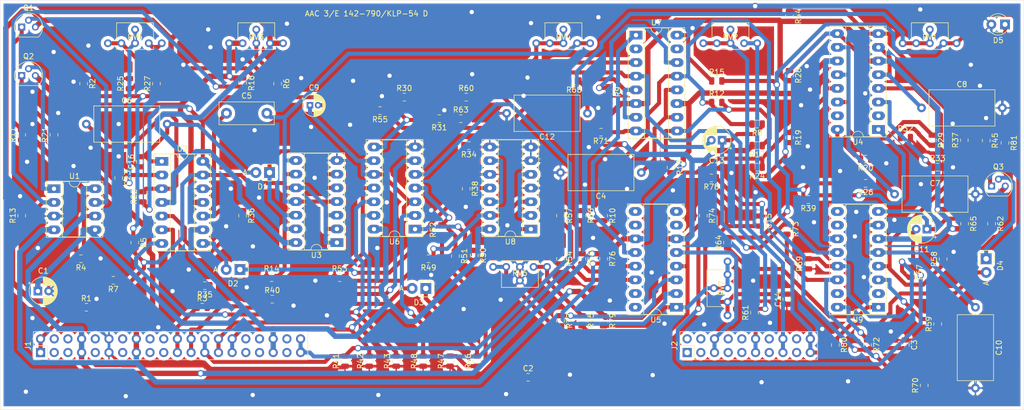
<source format=kicad_pcb>
(kicad_pcb (version 20221018) (generator pcbnew)

  (general
    (thickness 1.6)
  )

  (paper "A4")
  (layers
    (0 "F.Cu" signal)
    (31 "B.Cu" signal)
    (32 "B.Adhes" user "B.Adhesive")
    (33 "F.Adhes" user "F.Adhesive")
    (34 "B.Paste" user)
    (35 "F.Paste" user)
    (36 "B.SilkS" user "B.Silkscreen")
    (37 "F.SilkS" user "F.Silkscreen")
    (38 "B.Mask" user)
    (39 "F.Mask" user)
    (40 "Dwgs.User" user "User.Drawings")
    (41 "Cmts.User" user "User.Comments")
    (42 "Eco1.User" user "User.Eco1")
    (43 "Eco2.User" user "User.Eco2")
    (44 "Edge.Cuts" user)
    (45 "Margin" user)
    (46 "B.CrtYd" user "B.Courtyard")
    (47 "F.CrtYd" user "F.Courtyard")
    (48 "B.Fab" user)
    (49 "F.Fab" user)
  )

  (setup
    (pad_to_mask_clearance 0)
    (pcbplotparams
      (layerselection 0x00010fc_ffffffff)
      (plot_on_all_layers_selection 0x0000000_00000000)
      (disableapertmacros false)
      (usegerberextensions false)
      (usegerberattributes true)
      (usegerberadvancedattributes true)
      (creategerberjobfile true)
      (dashed_line_dash_ratio 12.000000)
      (dashed_line_gap_ratio 3.000000)
      (svgprecision 4)
      (plotframeref false)
      (viasonmask false)
      (mode 1)
      (useauxorigin false)
      (hpglpennumber 1)
      (hpglpenspeed 20)
      (hpglpendiameter 15.000000)
      (dxfpolygonmode true)
      (dxfimperialunits true)
      (dxfusepcbnewfont true)
      (psnegative false)
      (psa4output false)
      (plotreference true)
      (plotvalue true)
      (plotinvisibletext false)
      (sketchpadsonfab false)
      (subtractmaskfromsilk false)
      (outputformat 1)
      (mirror false)
      (drillshape 0)
      (scaleselection 1)
      (outputdirectory "KLPV1")
    )
  )

  (net 0 "")
  (net 1 "X901-3")
  (net 2 "X901-10")
  (net 3 "Net-(C2-Pad2)")
  (net 4 "Net-(C3-Pad2)")
  (net 5 "Net-(C4-Pad1)")
  (net 6 "Net-(C5-Pad2)")
  (net 7 "Net-(C5-Pad1)")
  (net 8 "Net-(C7-Pad1)")
  (net 9 "Net-(C8-Pad1)")
  (net 10 "Net-(C9-Pad2)")
  (net 11 "Net-(C9-Pad1)")
  (net 12 "Net-(C10-Pad1)")
  (net 13 "Net-(C11-Pad2)")
  (net 14 "Net-(C11-Pad1)")
  (net 15 "Net-(C12-Pad1)")
  (net 16 "Net-(C13-Pad2)")
  (net 17 "INT1")
  (net 18 "Net-(C14-Pad2)")
  (net 19 "Net-(D1-Pad1)")
  (net 20 "Net-(D2-Pad2)")
  (net 21 "Net-(D2-Pad1)")
  (net 22 "Net-(D3-Pad2)")
  (net 23 "Net-(D3-Pad1)")
  (net 24 "Net-(D4-Pad2)")
  (net 25 "Net-(D4-Pad1)")
  (net 26 "Net-(D5-Pad1)")
  (net 27 "X902-7")
  (net 28 "X902-6")
  (net 29 "X902-5")
  (net 30 "Net-(J1-Pad4)")
  (net 31 "X902-3")
  (net 32 "X901-12")
  (net 33 "X901-9")
  (net 34 "X901-8")
  (net 35 "X901-7")
  (net 36 "X901-6")
  (net 37 "X901-5")
  (net 38 "X901-4")
  (net 39 "X901-2")
  (net 40 "X901-1")
  (net 41 "Net-(Q1-Pad1)")
  (net 42 "+12V")
  (net 43 "Net-(Q1-Pad2)")
  (net 44 "Net-(Q2-Pad1)")
  (net 45 "-12V")
  (net 46 "Net-(Q2-Pad2)")
  (net 47 "Net-(Q3-Pad1)")
  (net 48 "Net-(R2-Pad2)")
  (net 49 "Net-(R3-Pad2)")
  (net 50 "Net-(R4-Pad1)")
  (net 51 "Net-(R6-Pad1)")
  (net 52 "Net-(R10-Pad1)")
  (net 53 "Net-(R9-Pad1)")
  (net 54 "Net-(R12-Pad2)")
  (net 55 "Net-(R13-Pad1)")
  (net 56 "Net-(R15-Pad1)")
  (net 57 "Net-(R18-Pad2)")
  (net 58 "Net-(R20-Pad1)")
  (net 59 "Net-(R22-Pad1)")
  (net 60 "Net-(R23-Pad2)")
  (net 61 "Net-(R23-Pad1)")
  (net 62 "Net-(R24-Pad2)")
  (net 63 "Net-(R25-Pad1)")
  (net 64 "Net-(R26-Pad1)")
  (net 65 "Net-(R27-Pad2)")
  (net 66 "Net-(R29-Pad2)")
  (net 67 "Net-(R30-Pad1)")
  (net 68 "Net-(R33-Pad1)")
  (net 69 "Net-(R34-Pad2)")
  (net 70 "Net-(R36-Pad2)")
  (net 71 "Net-(R37-Pad2)")
  (net 72 "Net-(R39-Pad1)")
  (net 73 "Net-(R45-Pad2)")
  (net 74 "Net-(R46-Pad1)")
  (net 75 "Net-(R49-Pad2)")
  (net 76 "Net-(R49-Pad1)")
  (net 77 "Net-(R50-Pad2)")
  (net 78 "Net-(R50-Pad1)")
  (net 79 "Net-(R51-Pad1)")
  (net 80 "Net-(R55-Pad1)")
  (net 81 "Net-(R56-Pad2)")
  (net 82 "Net-(R57-Pad2)")
  (net 83 "Net-(R59-Pad2)")
  (net 84 "Net-(R63-Pad2)")
  (net 85 "Net-(R64-Pad1)")
  (net 86 "Net-(R66-Pad1)")
  (net 87 "Net-(R67-Pad2)")
  (net 88 "Net-(R70-Pad2)")
  (net 89 "Net-(R72-Pad1)")
  (net 90 "Net-(R74-Pad2)")
  (net 91 "Net-(R75-Pad1)")
  (net 92 "Net-(R76-Pad2)")
  (net 93 "Net-(R77-Pad2)")
  (net 94 "Net-(R77-Pad1)")
  (net 95 "Net-(R79-Pad2)")
  (net 96 "Net-(U4-Pad15)")
  (net 97 "Net-(U4-Pad2)")
  (net 98 "Net-(U5-Pad15)")
  (net 99 "Net-(U7-Pad15)")
  (net 100 "Net-(U7-Pad2)")
  (net 101 "Net-(U8-Pad12)")
  (net 102 "Net-(U8-Pad2)")
  (net 103 "Net-(U9-Pad15)")
  (net 104 "Net-(U9-Pad10)")
  (net 105 "Net-(U9-Pad9)")
  (net 106 "Net-(U5-Pad16)")
  (net 107 "Net-(U9-Pad2)")
  (net 108 "Net-(U5-Pad8)")
  (net 109 "Net-(U5-Pad7)")
  (net 110 "Net-(U5-Pad10)")
  (net 111 "Net-(U5-Pad9)")
  (net 112 "Net-(J1-Pad20)")
  (net 113 "Net-(J1-Pad19)")
  (net 114 "Net-(J1-Pad18)")
  (net 115 "Net-(J1-Pad17)")
  (net 116 "Net-(J1-Pad14)")
  (net 117 "Net-(J1-Pad13)")
  (net 118 "Net-(J1-Pad10)")
  (net 119 "Net-(J1-Pad9)")
  (net 120 "Net-(J1-Pad6)")
  (net 121 "Net-(J1-Pad5)")
  (net 122 "Net-(J1-Pad3)")
  (net 123 "Net-(J2-Pad18)")
  (net 124 "Net-(J2-Pad17)")
  (net 125 "Net-(J2-Pad14)")
  (net 126 "Net-(J2-Pad13)")
  (net 127 "Net-(J2-Pad10)")
  (net 128 "Net-(J2-Pad9)")
  (net 129 "Net-(J2-Pad8)")
  (net 130 "Net-(J2-Pad7)")
  (net 131 "Net-(J2-Pad4)")
  (net 132 "Net-(J2-Pad3)")
  (net 133 "Net-(J2-Pad2)")
  (net 134 "Net-(J2-Pad1)")
  (net 135 "Net-(J1-Pad38)")
  (net 136 "Net-(J1-Pad37)")
  (net 137 "Net-(J1-Pad34)")
  (net 138 "Net-(J1-Pad33)")
  (net 139 "Net-(J1-Pad32)")
  (net 140 "Net-(J1-Pad31)")
  (net 141 "Net-(C16-Pad2)")
  (net 142 "Net-(C16-Pad1)")

  (footprint "Capacitor_THT:CP_Radial_D5.0mm_P2.00mm" (layer "F.Cu") (at 7 54))

  (footprint "Capacitor_SMD:C_0805_2012Metric" (layer "F.Cu") (at 98 70))

  (footprint "Capacitor_SMD:C_0805_2012Metric" (layer "F.Cu") (at 168 64 -90))

  (footprint "Capacitor_THT:C_Axial_L12.0mm_D6.5mm_P15.00mm_Horizontal" (layer "F.Cu") (at 119 32 180))

  (footprint "Capacitor_THT:C_Rect_L10.0mm_W4.0mm_P7.50mm_MKS4" (layer "F.Cu") (at 42 21))

  (footprint "Capacitor_THT:C_Axial_L12.0mm_D6.5mm_P15.00mm_Horizontal" (layer "F.Cu") (at 16 23))

  (footprint "Capacitor_THT:C_Axial_L12.0mm_D6.5mm_P15.00mm_Horizontal" (layer "F.Cu") (at 166 36))

  (footprint "Capacitor_THT:C_Axial_L12.0mm_D6.5mm_P15.00mm_Horizontal" (layer "F.Cu") (at 171 20))

  (footprint "Capacitor_THT:CP_Radial_D4.0mm_P1.50mm" (layer "F.Cu") (at 57.5 19.5))

  (footprint "Capacitor_THT:C_Axial_L12.0mm_D6.5mm_P15.00mm_Horizontal" (layer "F.Cu") (at 181 57 -90))

  (footprint "Capacitor_THT:CP_Radial_D5.0mm_P2.00mm" (layer "F.Cu") (at 172 42.5 180))

  (footprint "Capacitor_THT:C_Axial_L12.0mm_D6.5mm_P15.00mm_Horizontal" (layer "F.Cu") (at 109 21 180))

  (footprint "Capacitor_THT:CP_Radial_D5.0mm_P2.00mm" (layer "F.Cu") (at 134 26 180))

  (footprint "Capacitor_SMD:C_0805_2012Metric" (layer "F.Cu") (at 146 55.5 90))

  (footprint "Capacitor_SMD:C_0805_2012Metric" (layer "F.Cu") (at 141 41 -90))

  (footprint "Diode_THT:D_T-1_P2.54mm_Vertical_AnodeUp" (layer "F.Cu") (at 50 32 180))

  (footprint "Diode_THT:D_T-1_P2.54mm_Vertical_AnodeUp" (layer "F.Cu") (at 44.5 50 180))

  (footprint "Diode_THT:D_T-1_P2.54mm_Vertical_AnodeUp" (layer "F.Cu") (at 79 53.5 180))

  (footprint "Diode_THT:D_T-1_P2.54mm_Vertical_AnodeUp" (layer "F.Cu") (at 183 48 -90))

  (footprint "LED_THT:LED_D3.0mm" (layer "F.Cu") (at 186.5 4.5 180))

  (footprint "Package_TO_SOT_THT:TO-92" (layer "F.Cu") (at 4 5))

  (footprint "Package_TO_SOT_THT:TO-92" (layer "F.Cu") (at 4 14))

  (footprint "Package_TO_SOT_THT:TO-92" (layer "F.Cu") (at 184 34.5))

  (footprint "Resistor_SMD:R_0805_2012Metric" (layer "F.Cu") (at 16 57))

  (footprint "Resistor_SMD:R_0805_2012Metric" (layer "F.Cu") (at 15.5 15.5 -90))

  (footprint "Resistor_SMD:R_0805_2012Metric" (layer "F.Cu") (at 37.5 57))

  (footprint "Resistor_SMD:R_0805_2012Metric" (layer "F.Cu") (at 15 48 180))

  (footprint "Resistor_SMD:R_0805_2012Metric" (layer "F.Cu") (at 25 45 -90))

  (footprint "Resistor_SMD:R_0805_2012Metric" (layer "F.Cu") (at 51.5 15.5 -90))

  (footprint "Resistor_SMD:R_0805_2012Metric" (layer "F.Cu") (at 21 52 180))

  (footprint "Resistor_SMD:R_0805_2012Metric" (layer "F.Cu") (at 140.5 23 180))

  (footprint "Resistor_SMD:R_0805_2012Metric" (layer "F.Cu") (at 113 17 -90))

  (footprint "Resistor_SMD:R_0805_2012Metric" (layer "F.Cu") (at 112 40 -90))

  (footprint "Resistor_SMD:R_0805_2012Metric" (layer "F.Cu") (at 4 25 90))

  (footprint "Resistor_SMD:R_0805_2012Metric" (layer "F.Cu") (at 133 19))

  (footprint "Resistor_SMD:R_0805_2012Metric" (layer "F.Cu") (at 4 40 90))

  (footprint "Resistor_SMD:R_0805_2012Metric" (layer "F.Cu") (at 50.38 51.5))

  (footprint "Resistor_SMD:R_0805_2012Metric" (layer "F.Cu") (at 133 15))

  (footprint "Resistor_SMD:R_0805_2012Metric" (layer "F.Cu")
    (tstamp 00000000-0000-0000-0000-0000606eb000)
    (at 45 15.38 -90)
    (descr "Resistor SMD 0805 (2012 Metric), square (rectangular) end terminal, IPC_7351 nominal, (Body size source: https://docs.google.com/spreadsheets/d/1BsfQQcO9C6DZCsRaXUlFlo91Tg2WpOkGARC1WS5S8t0/edit?usp=sharing), generated with kicad-footprint-generator")
    (tags "resistor")
    (path "/00000000-0000-0000-0000-000060789a9c")
    (attr smd)
    (fp_text reference "R16" (at 0 -1.65 90) (layer "F.SilkS")
        (effects (font (size 1 1) (thickness 0.15)))
      (tstamp 875327a3-37bd-48fa-be74-02a940a003f4)
    )
    (fp_text value "68k" (at 0 1.65 90) (layer "F.Fab")
        (effects (font (size 1 1) (thickness 0.15)))
      (tstamp d08dbf23-e2c7-47c1-84a5-42efbd03182b)
    )
    (fp_text user "${REFERENCE}" (at 0 0 90) (layer "F.Fab")
        (effects (font (size 0.5 0.5) (thickness 0.08)))
      (tstamp 925ff307-0499-40c8-8513-8d8623b75720)
    )
    (fp_line (start -0.258578 -0.71) (end 0.258578 -0.71)
      (stroke (width 0.12) (type solid)) (layer "F.SilkS") (tstamp bb8b374b-67d6-45e3-b178-5c34514816d7))
    (fp_line (start -0.258578 0.71) (end 0.258578 0.71)
      (stroke (width 0.12) (type solid)) (layer "F.SilkS") (tstamp ea884195-e579-4d38-85eb-168646e895bd))
    (fp_line (start -1.68 -0.95) (end 1.68 -0.95)
      (stroke (width 0.05) (type solid)) (layer "F.CrtYd") (tstamp fd638cdf-a72b-4d61-aa7f-b3975fd14018))
    (fp_line (start -1.68 0.95) (end -1.68 -0.95)
      (stroke (width 0.05) (type solid)) (layer "F.CrtYd") (tstamp abca3aeb-6102-4912-b567-bdc6b51d7485))
    (fp_line (start 1.68 -0.95) (end 1.68 0.95)
      (stroke (width 0.05) (type solid)) (layer "F.CrtYd") (tstamp f48d2dc7-5706-4972-bcbe-3068f0e79ada))
    (fp_line (start 1.68 0.95) (end -1.68 0.95)
      (stroke (width 0.05) (type solid)) (layer "F.CrtYd") (tstamp 19af474e-cf25-4ba9-a485-169c32bae4e7))
    (fp_line (start -1 -0.6) (end 1 -0.6)
      (stroke (width 0.1) (type solid)) (layer "F.Fab") (tstamp 5b3e12ea-a1df-497d-8912-fced62cc84d7))
    (fp_line (start -1 0
... [1178371 chars truncated]
</source>
